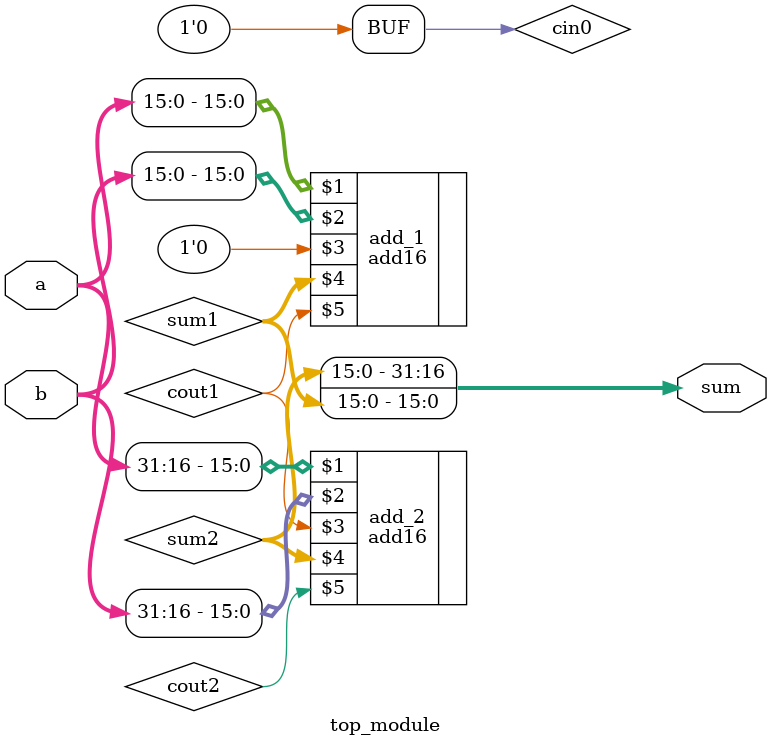
<source format=v>
module top_module(
    input [31:0] a,
    input [31:0] b,
    output [31:0] sum
);
    wire cin0,cout1,cout2;
    wire [15:0]sum1,sum2;
    assign cin0 = 1'b0;
    
    add16 add_1 (a[15:0],b[15:0],cin0,sum1,cout1);
    add16 add_2 (a[31:16],b[31:16],cout1,sum2,cout2);
    
    assign sum = {sum2,sum1};
    

endmodule


</source>
